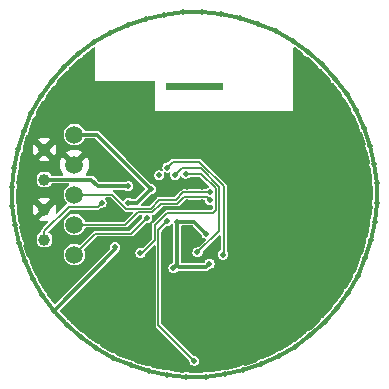
<source format=gbr>
%TF.GenerationSoftware,KiCad,Pcbnew,9.0.2*%
%TF.CreationDate,2025-07-09T19:39:00-04:00*%
%TF.ProjectId,WristWatch,57726973-7457-4617-9463-682e6b696361,rev?*%
%TF.SameCoordinates,Original*%
%TF.FileFunction,Copper,L2,Bot*%
%TF.FilePolarity,Positive*%
%FSLAX46Y46*%
G04 Gerber Fmt 4.6, Leading zero omitted, Abs format (unit mm)*
G04 Created by KiCad (PCBNEW 9.0.2) date 2025-07-09 19:39:00*
%MOMM*%
%LPD*%
G01*
G04 APERTURE LIST*
%TA.AperFunction,SMDPad,CuDef*%
%ADD10C,1.000000*%
%TD*%
%TA.AperFunction,SMDPad,CuDef*%
%ADD11C,1.500000*%
%TD*%
%TA.AperFunction,ComponentPad*%
%ADD12C,0.600000*%
%TD*%
%TA.AperFunction,ViaPad*%
%ADD13C,0.500000*%
%TD*%
%TA.AperFunction,Conductor*%
%ADD14C,0.150000*%
%TD*%
%TA.AperFunction,Conductor*%
%ADD15C,0.300000*%
%TD*%
%TA.AperFunction,Conductor*%
%ADD16C,0.200000*%
%TD*%
G04 APERTURE END LIST*
%TA.AperFunction,EtchedComponent*%
%TO.C,AE1*%
G36*
X2401000Y9443400D02*
G01*
X-2399000Y9443400D01*
X-2399000Y8843400D01*
X2401000Y8843400D01*
X2401000Y9443400D01*
G37*
%TD.AperFunction*%
%TD*%
D10*
%TO.P,J4,1,Pin_1*%
%TO.N,GND*%
X-12700000Y3810000D03*
%TD*%
%TO.P,J1,1,Pin_1*%
%TO.N,+BATT*%
X-12700000Y-3810000D03*
%TD*%
%TO.P,J3,1,Pin_1*%
%TO.N,VBUS*%
X-12700000Y1270000D03*
%TD*%
D11*
%TO.P,TP3,1,1*%
%TO.N,ESP_BOOT*%
X-10160000Y-5080000D03*
%TD*%
D12*
%TO.P,AE1,1,A*%
%TO.N,Net-(AE1-A)*%
X2101000Y9143400D03*
X-2099000Y9143400D03*
%TD*%
D11*
%TO.P,TP1,1,1*%
%TO.N,ESP_TX*%
X-10160000Y0D03*
%TD*%
%TO.P,TP2,1,1*%
%TO.N,ESP_RX*%
X-10160000Y-2540000D03*
%TD*%
%TO.P,TP6,1,1*%
%TO.N,GND*%
X-10160000Y2540000D03*
%TD*%
D10*
%TO.P,J2,1,Pin_1*%
%TO.N,GND*%
X-12700000Y-1270000D03*
%TD*%
D11*
%TO.P,TP5,1,1*%
%TO.N,+3V0*%
X-10160000Y5080000D03*
%TD*%
D13*
%TO.N,GND*%
X-762000Y6858000D03*
X-5969000Y-1651000D03*
X2667000Y5715000D03*
X5447587Y759600D03*
X990600Y2946400D03*
X9056576Y11037776D03*
X-6197600Y1651000D03*
X-660400Y-660400D03*
X-2512000Y-3909000D03*
X660400Y660400D03*
X-3683000Y-480000D03*
X-7871250Y-1648250D03*
X-8891785Y11177785D03*
X-431800Y-5511800D03*
X4301394Y-778606D03*
X660400Y-660400D03*
X13300618Y-5181600D03*
X-7883950Y1635550D03*
X2667000Y3937000D03*
X3048000Y-3302000D03*
X-660400Y660400D03*
X-9088782Y-11019182D03*
%TO.N,VLED*%
X12882306Y8522791D03*
X-14953613Y3870559D03*
X2546251Y-15235104D03*
X2286278Y15276279D03*
X-13702610Y-7129534D03*
X14885489Y4124804D03*
X-7129534Y13702610D03*
X-13822106Y6895009D03*
X-5658165Y14372785D03*
X-13025663Y8302041D03*
X-12882306Y-8522791D03*
X13822106Y-6895009D03*
X-11920862Y-9822670D03*
X15417800Y939800D03*
X-6731000Y-4445000D03*
X-676947Y-15431576D03*
X15235104Y2546251D03*
X-15235104Y-2546251D03*
X13702610Y7129534D03*
X-8522791Y12882306D03*
X5412434Y14467112D03*
X-5412434Y-14467112D03*
X9618114Y12086507D03*
X14372785Y5658165D03*
X-10828809Y-11014929D03*
X-8302041Y-13025663D03*
X13025663Y-8302041D03*
X-14885489Y-4124804D03*
X8522791Y-12882306D03*
X11920862Y9822670D03*
X6895009Y13822106D03*
X-15417800Y-939800D03*
X5658165Y-14372785D03*
X12086507Y-9618114D03*
X4124804Y-14885489D03*
X-2286278Y-15276279D03*
X-15431576Y676947D03*
X-15276279Y2286278D03*
X-939800Y15417800D03*
X14953613Y-3870559D03*
X9822670Y-11920862D03*
X-14467112Y5412434D03*
X-6895009Y-13822106D03*
X-2546251Y15235104D03*
X-3870559Y-14953613D03*
X15276279Y-2286278D03*
X11014929Y-10828809D03*
X14467112Y-5412434D03*
X-11014929Y10828809D03*
X10828809Y11014929D03*
X676947Y15431576D03*
X-9822670Y11920862D03*
X-14372785Y-5658165D03*
X939800Y-15417800D03*
X-12086507Y9618114D03*
X-9618114Y-12086507D03*
X8302041Y13025663D03*
X15431576Y-676947D03*
X3870559Y14953613D03*
X-4124804Y14885489D03*
X7129534Y-13702610D03*
%TO.N,LED_DATA*%
X-7415Y-14078176D03*
X-2286000Y-2260600D03*
%TO.N,IMU_SPAR_INT*%
X2413000Y-5080000D03*
X-2286000Y2286000D03*
%TO.N,IMU_MOVE_INT*%
X-1637236Y1649915D03*
X254000Y-4905002D03*
%TO.N,VBUS*%
X-5593500Y701000D03*
%TO.N,+BATT*%
X-7868500Y-685800D03*
%TO.N,+3V0*%
X-1778000Y-6223000D03*
X1270000Y-5842500D03*
X-5593500Y-701000D03*
X1016000Y-3302000D03*
X-3683000Y480000D03*
X-1498600Y-2286000D03*
%TO.N,unconnected-(U6-MTDI-Pad10)*%
X-2977476Y1619924D03*
%TO.N,ESP_TX*%
X1328400Y177800D03*
%TO.N,ESP_RX*%
X1324999Y-490552D03*
%TO.N,ESP_BOOT*%
X-4013200Y-1973600D03*
%TO.N,LED_PWR_EN*%
X-4572000Y-4955000D03*
X-750000Y1752600D03*
%TD*%
D14*
%TO.N,LED_PWR_EN*%
X-2286000Y-1524000D02*
X1562166Y-1524000D01*
X571044Y1752600D02*
X-750000Y1752600D01*
X-4572000Y-4955000D02*
X-4447000Y-4955000D01*
X-4447000Y-4955000D02*
X-3352800Y-3860800D01*
X-3352800Y-3860800D02*
X-3352800Y-2590800D01*
X1803400Y520244D02*
X571044Y1752600D01*
X-3352800Y-2590800D02*
X-2286000Y-1524000D01*
X1562166Y-1524000D02*
X1803400Y-1282766D01*
X1803400Y-1282766D02*
X1803400Y520244D01*
%TO.N,IMU_SPAR_INT*%
X-2286000Y2286000D02*
X-1810000Y2762000D01*
X-1810000Y2762000D02*
X413000Y2762000D01*
X413000Y2762000D02*
X2463800Y711200D01*
X2463800Y711200D02*
X2463800Y-5029200D01*
X2463800Y-5029200D02*
X2413000Y-5080000D01*
D15*
%TO.N,+3V0*%
X-1498600Y-2286000D02*
X0Y-2286000D01*
X0Y-2286000D02*
X1016000Y-3302000D01*
%TO.N,VLED*%
X-11920862Y-9822670D02*
X-12882307Y-8522791D01*
X5658166Y-14372785D02*
X4124804Y-14885489D01*
X15417800Y939800D02*
X15431575Y-676948D01*
X9822670Y-11920862D02*
X8522791Y-12882307D01*
X14372785Y5658166D02*
X14885489Y4124804D01*
X-14885489Y-4124804D02*
X-15235104Y-2546250D01*
X-676947Y-15431576D02*
X-2286278Y-15276280D01*
X2546251Y-15235104D02*
X939800Y-15417800D01*
X15276280Y-2286277D02*
X14953614Y-3870559D01*
X-4124804Y14885489D02*
X-2546250Y15235104D01*
X9618114Y12086508D02*
X10828809Y11014930D01*
X-5658166Y14372785D02*
X-4124804Y14885489D01*
X8522791Y-12882306D02*
X7129534Y-13702610D01*
X-5412434Y-14467113D02*
X-6895009Y-13822107D01*
X14885489Y4124804D02*
X15235104Y2546250D01*
X-12086508Y9618114D02*
X-11014930Y10828809D01*
X13702610Y7129535D02*
X14372785Y5658165D01*
X2286277Y15276280D02*
X3870559Y14953614D01*
X15431576Y-676947D02*
X15276280Y-2286278D01*
X-6731000Y-4445000D02*
X-6731000Y-4632808D01*
X-939800Y15417800D02*
X0Y15425807D01*
X-2546251Y15235104D02*
X-939800Y15417800D01*
X-2286277Y-15276280D02*
X-3870559Y-14953614D01*
X5412434Y14467113D02*
X6895009Y13822107D01*
X-13702610Y-7129535D02*
X-14372785Y-5658165D01*
X-15431576Y676947D02*
X-15276280Y2286278D01*
X-13822107Y6895009D02*
X-13025663Y8302041D01*
X-11014930Y10828809D02*
X-9822670Y11920861D01*
X14953614Y-3870559D02*
X14467113Y-5412434D01*
X-10828809Y-11014930D02*
X-11920861Y-9822670D01*
X8302041Y13025663D02*
X9618114Y12086507D01*
X12882306Y8522791D02*
X13702610Y7129534D01*
X-14953614Y3870559D02*
X-14467113Y5412434D01*
X11014930Y-10828809D02*
X9822670Y-11920861D01*
X-6731000Y-4632808D02*
X-11920862Y-9822670D01*
X14467113Y-5412434D02*
X13822107Y-6895009D01*
X-12882306Y-8522791D02*
X-13702610Y-7129534D01*
X0Y15425807D02*
X676948Y15431575D01*
X10828809Y11014930D02*
X11920861Y9822670D01*
X12086508Y-9618114D02*
X11014930Y-10828809D01*
X-14372785Y-5658166D02*
X-14885489Y-4124804D01*
X-9822670Y11920862D02*
X-8522791Y12882307D01*
X4124804Y-14885489D02*
X2546250Y-15235104D01*
X-3870559Y-14953614D02*
X-5412434Y-14467113D01*
X-8302041Y-13025663D02*
X-9618114Y-12086507D01*
X11920862Y9822670D02*
X12882307Y8522791D01*
X-15417800Y-939800D02*
X-15431575Y676948D01*
X939800Y-15417800D02*
X-676948Y-15431575D01*
X7129535Y-13702610D02*
X5658165Y-14372785D01*
X-7129535Y13702610D02*
X-5658165Y14372785D01*
X-9618114Y-12086508D02*
X-10828809Y-11014930D01*
X13822107Y-6895009D02*
X13025663Y-8302041D01*
X-15235104Y-2546251D02*
X-15417800Y-939800D01*
X-13025663Y8302041D02*
X-12086507Y9618114D01*
X13025663Y-8302041D02*
X12086507Y-9618114D01*
X-14467113Y5412434D02*
X-13822107Y6895009D01*
X15235104Y2546251D02*
X15417800Y939800D01*
X3870559Y14953614D02*
X5412434Y14467113D01*
X676947Y15431576D02*
X2286278Y15276280D01*
X-15276280Y2286277D02*
X-14953614Y3870559D01*
X6895009Y13822107D02*
X8302041Y13025663D01*
X-8522791Y12882306D02*
X-7129534Y13702610D01*
X-6895009Y-13822107D02*
X-8302041Y-13025663D01*
D14*
%TO.N,LED_DATA*%
X-2286000Y-2260600D02*
X-3048000Y-3022600D01*
X-3048000Y-11037591D02*
X-7415Y-14078176D01*
X-3048000Y-3022600D02*
X-3048000Y-11037591D01*
%TO.N,IMU_MOVE_INT*%
X2104400Y644922D02*
X2104400Y-3054602D01*
X-1058551Y2228600D02*
X520722Y2228600D01*
X520722Y2228600D02*
X2104400Y644922D01*
X-1637236Y1649915D02*
X-1058551Y2228600D01*
X2104400Y-3054602D02*
X254000Y-4905002D01*
D15*
%TO.N,VBUS*%
X-5593500Y701000D02*
X-8168600Y701000D01*
X-8737600Y1270000D02*
X-12700000Y1270000D01*
X-8168600Y701000D02*
X-8737600Y1270000D01*
D16*
%TO.N,+BATT*%
X-12700000Y-3073400D02*
X-12700000Y-3810000D01*
X-7868500Y-685800D02*
X-8198700Y-1016000D01*
X-10642600Y-1016000D02*
X-12700000Y-3073400D01*
X-8198700Y-1016000D02*
X-10642600Y-1016000D01*
D15*
%TO.N,+3V0*%
X-1498600Y-2286000D02*
X-1498600Y-5943600D01*
X-1303200Y-6139000D02*
X-1498600Y-5943600D01*
X-4864000Y-701000D02*
X-3683000Y480000D01*
X-5593500Y-701000D02*
X-4864000Y-701000D01*
X973500Y-6139000D02*
X-1303200Y-6139000D01*
X1270000Y-5842500D02*
X973500Y-6139000D01*
X-1498600Y-5943600D02*
X-1778000Y-6223000D01*
D14*
%TO.N,ESP_TX*%
X-5773866Y-1193800D02*
X-6967666Y0D01*
X-1578600Y-461000D02*
X-2990834Y-461000D01*
X1328400Y177800D02*
X-939800Y177800D01*
X-939800Y177800D02*
X-1578600Y-461000D01*
X-6967666Y0D02*
X-10160000Y0D01*
X-3723634Y-1193800D02*
X-5773866Y-1193800D01*
X-2990834Y-461000D02*
X-3723634Y-1193800D01*
%TO.N,ESP_RX*%
X-3556000Y-1498600D02*
X-4800600Y-1498600D01*
X1131234Y-298200D02*
X1017434Y-184400D01*
X1132647Y-298200D02*
X1131234Y-298200D01*
X-5842000Y-2540000D02*
X-10160000Y-2540000D01*
X-1447800Y-762000D02*
X-2819400Y-762000D01*
X-870200Y-184400D02*
X-1447800Y-762000D01*
X1017434Y-184400D02*
X-870200Y-184400D01*
X1324999Y-490552D02*
X1132647Y-298200D01*
X-4800600Y-1498600D02*
X-5842000Y-2540000D01*
X-2819400Y-762000D02*
X-3556000Y-1498600D01*
%TO.N,ESP_BOOT*%
X-4013200Y-1973600D02*
X-5341600Y-3302000D01*
X-8382000Y-3302000D02*
X-10160000Y-5080000D01*
X-5341600Y-3302000D02*
X-8382000Y-3302000D01*
D15*
%TO.N,+3V0*%
X-10160000Y5080000D02*
X-8283000Y5080000D01*
X-8283000Y5080000D02*
X-3683000Y480000D01*
%TD*%
%TA.AperFunction,Conductor*%
%TO.N,GND*%
G36*
X8498985Y12485242D02*
G01*
X9184320Y11996182D01*
X9212813Y11955101D01*
X9221610Y11922270D01*
X9221611Y11922268D01*
X9277629Y11825243D01*
X9356850Y11746022D01*
X9453872Y11690006D01*
X9453881Y11690002D01*
X9562093Y11661007D01*
X9562096Y11661007D01*
X9579693Y11661007D01*
X9628738Y11642420D01*
X10387360Y10970968D01*
X10409793Y10934708D01*
X10432304Y10850695D01*
X10432306Y10850690D01*
X10488324Y10753665D01*
X10567545Y10674444D01*
X10664567Y10618428D01*
X10664576Y10618424D01*
X10757714Y10593468D01*
X10793130Y10571972D01*
X11475931Y9826516D01*
X11495362Y9776534D01*
X11495362Y9766649D01*
X11524357Y9658437D01*
X11524361Y9658428D01*
X11580377Y9561406D01*
X11659598Y9482185D01*
X11756623Y9426167D01*
X11756625Y9426166D01*
X11797315Y9415263D01*
X11837654Y9387790D01*
X12442300Y8570307D01*
X12456806Y8526302D01*
X12456806Y8466770D01*
X12485801Y8358558D01*
X12485805Y8358549D01*
X12541821Y8261527D01*
X12621042Y8182306D01*
X12718077Y8126283D01*
X12721591Y8124827D01*
X12757029Y8094010D01*
X13266889Y7228033D01*
X13274613Y7190402D01*
X13277110Y7190402D01*
X13277110Y7073513D01*
X13306105Y6965301D01*
X13306109Y6965292D01*
X13362125Y6868270D01*
X13441351Y6789045D01*
X13500434Y6754933D01*
X13530776Y6721521D01*
X13951946Y5796841D01*
X13956082Y5747017D01*
X13947285Y5714183D01*
X13947285Y5602144D01*
X13976280Y5493932D01*
X13976284Y5493923D01*
X14032300Y5396901D01*
X14111522Y5317679D01*
X14126763Y5308880D01*
X14159940Y5268262D01*
X14481202Y4307454D01*
X14482499Y4264836D01*
X14459989Y4180822D01*
X14459989Y4180820D01*
X14459989Y4068783D01*
X14488984Y3960571D01*
X14488988Y3960562D01*
X14545004Y3863540D01*
X14613188Y3795356D01*
X14633111Y3759032D01*
X14851706Y2772049D01*
X14843543Y2719048D01*
X14839185Y2711500D01*
X14838601Y2710488D01*
X14838599Y2710483D01*
X14809604Y2602271D01*
X14809604Y2490230D01*
X14838599Y2382018D01*
X14838603Y2382009D01*
X14894619Y2284987D01*
X14924405Y2255201D01*
X14945604Y2211238D01*
X15060501Y1200952D01*
X15051061Y1155590D01*
X15021297Y1104038D01*
X15021295Y1104033D01*
X14992300Y995820D01*
X14992300Y883779D01*
X15021295Y775567D01*
X15021299Y775558D01*
X15077319Y678529D01*
X15079635Y675511D01*
X15094918Y631101D01*
X15103479Y-373785D01*
X15091438Y-410284D01*
X15093516Y-411484D01*
X15035075Y-512705D01*
X15035071Y-512714D01*
X15006076Y-620926D01*
X15006076Y-732967D01*
X15035071Y-841179D01*
X15035072Y-841180D01*
X15035073Y-841184D01*
X15051306Y-869300D01*
X15069185Y-900269D01*
X15078756Y-944376D01*
X14981161Y-1955761D01*
X14959830Y-2000978D01*
X14935794Y-2025014D01*
X14879778Y-2122036D01*
X14879774Y-2122045D01*
X14850779Y-2230257D01*
X14850779Y-2342298D01*
X14879774Y-2450510D01*
X14879779Y-2450521D01*
X14888575Y-2465757D01*
X14896999Y-2517523D01*
X14694818Y-3510232D01*
X14674633Y-3547789D01*
X14613129Y-3609293D01*
X14557112Y-3706317D01*
X14557108Y-3706326D01*
X14528113Y-3814538D01*
X14528113Y-3926576D01*
X14553070Y-4019721D01*
X14552161Y-4061140D01*
X14247980Y-5025186D01*
X14214415Y-5067002D01*
X14205851Y-5071947D01*
X14205849Y-5071948D01*
X14126627Y-5151170D01*
X14070611Y-5248192D01*
X14070607Y-5248201D01*
X14041612Y-5356413D01*
X14041612Y-5356416D01*
X14041612Y-5468452D01*
X14050605Y-5502015D01*
X14052515Y-5509142D01*
X14048892Y-5557816D01*
X13643253Y-6490193D01*
X13612399Y-6524756D01*
X13560846Y-6554521D01*
X13481621Y-6633745D01*
X13425605Y-6730767D01*
X13425601Y-6730776D01*
X13396606Y-6838988D01*
X13396606Y-6951028D01*
X13397102Y-6954797D01*
X13388134Y-7000907D01*
X12893106Y-7875446D01*
X12864388Y-7900969D01*
X12865626Y-7903113D01*
X12764399Y-7961556D01*
X12685178Y-8040777D01*
X12629162Y-8137799D01*
X12629158Y-8137808D01*
X12600163Y-8246020D01*
X12600163Y-8314246D01*
X12586399Y-8357230D01*
X11996184Y-9184319D01*
X11955102Y-9212813D01*
X11922272Y-9221610D01*
X11922268Y-9221611D01*
X11825243Y-9277629D01*
X11746022Y-9356850D01*
X11690006Y-9453872D01*
X11690002Y-9453881D01*
X11661007Y-9562093D01*
X11661007Y-9579693D01*
X11642420Y-9628738D01*
X10970968Y-10387360D01*
X10934708Y-10409793D01*
X10850695Y-10432304D01*
X10850690Y-10432306D01*
X10753665Y-10488324D01*
X10674444Y-10567545D01*
X10618428Y-10664567D01*
X10618424Y-10664576D01*
X10593468Y-10757714D01*
X10571972Y-10793130D01*
X9826517Y-11475931D01*
X9776535Y-11495362D01*
X9766650Y-11495362D01*
X9658437Y-11524357D01*
X9658428Y-11524361D01*
X9561406Y-11580377D01*
X9482185Y-11659598D01*
X9426167Y-11756623D01*
X9426166Y-11756625D01*
X9415263Y-11797315D01*
X9387790Y-11837654D01*
X8570308Y-12442300D01*
X8526303Y-12456806D01*
X8466771Y-12456806D01*
X8358558Y-12485801D01*
X8358549Y-12485805D01*
X8261527Y-12541821D01*
X8182306Y-12621042D01*
X8126283Y-12718077D01*
X8124827Y-12721591D01*
X8094010Y-12757029D01*
X7228033Y-13266889D01*
X7190402Y-13274613D01*
X7190402Y-13277110D01*
X7073514Y-13277110D01*
X6965301Y-13306105D01*
X6965292Y-13306109D01*
X6868270Y-13362125D01*
X6789045Y-13441351D01*
X6754933Y-13500434D01*
X6721521Y-13530776D01*
X5796841Y-13951946D01*
X5747017Y-13956082D01*
X5714183Y-13947285D01*
X5602147Y-13947285D01*
X5602145Y-13947285D01*
X5493932Y-13976280D01*
X5493923Y-13976284D01*
X5396901Y-14032300D01*
X5317679Y-14111522D01*
X5308880Y-14126763D01*
X5268262Y-14159940D01*
X4307454Y-14481202D01*
X4264836Y-14482500D01*
X4180822Y-14459989D01*
X4068786Y-14459989D01*
X4068784Y-14459989D01*
X3960571Y-14488984D01*
X3960562Y-14488988D01*
X3863540Y-14545004D01*
X3795356Y-14613188D01*
X3759032Y-14633111D01*
X2772049Y-14851706D01*
X2719048Y-14843543D01*
X2710488Y-14838601D01*
X2710483Y-14838599D01*
X2602271Y-14809604D01*
X2602269Y-14809604D01*
X2490233Y-14809604D01*
X2490231Y-14809604D01*
X2382018Y-14838599D01*
X2382009Y-14838603D01*
X2284987Y-14894619D01*
X2255201Y-14924405D01*
X2211238Y-14945604D01*
X1200952Y-15060501D01*
X1155590Y-15051061D01*
X1104038Y-15021297D01*
X1104033Y-15021295D01*
X995820Y-14992300D01*
X995818Y-14992300D01*
X883782Y-14992300D01*
X883780Y-14992300D01*
X775567Y-15021295D01*
X775558Y-15021299D01*
X678529Y-15077319D01*
X675511Y-15079635D01*
X631101Y-15094918D01*
X-373785Y-15103479D01*
X-410284Y-15091438D01*
X-411484Y-15093516D01*
X-512705Y-15035075D01*
X-512714Y-15035071D01*
X-620927Y-15006076D01*
X-620929Y-15006076D01*
X-732965Y-15006076D01*
X-732967Y-15006076D01*
X-841179Y-15035071D01*
X-841180Y-15035072D01*
X-841184Y-15035073D01*
X-868876Y-15051061D01*
X-900269Y-15069185D01*
X-944376Y-15078756D01*
X-1955761Y-14981161D01*
X-2000978Y-14959830D01*
X-2025014Y-14935794D01*
X-2122036Y-14879778D01*
X-2122045Y-14879774D01*
X-2230258Y-14850779D01*
X-2230260Y-14850779D01*
X-2342296Y-14850779D01*
X-2342298Y-14850779D01*
X-2450510Y-14879774D01*
X-2450513Y-14879775D01*
X-2450515Y-14879776D01*
X-2450517Y-14879777D01*
X-2450521Y-14879779D01*
X-2465757Y-14888575D01*
X-2517523Y-14896999D01*
X-3510232Y-14694818D01*
X-3547789Y-14674633D01*
X-3609293Y-14613129D01*
X-3706317Y-14557112D01*
X-3706326Y-14557108D01*
X-3814539Y-14528113D01*
X-3814541Y-14528113D01*
X-3926577Y-14528113D01*
X-4019721Y-14553070D01*
X-4061140Y-14552161D01*
X-5025186Y-14247980D01*
X-5067002Y-14214415D01*
X-5071947Y-14205851D01*
X-5071948Y-14205849D01*
X-5151170Y-14126627D01*
X-5248192Y-14070611D01*
X-5248201Y-14070607D01*
X-5356414Y-14041612D01*
X-5356416Y-14041612D01*
X-5468452Y-14041612D01*
X-5509142Y-14052514D01*
X-5557816Y-14048892D01*
X-6490193Y-13643253D01*
X-6524756Y-13612399D01*
X-6554521Y-13560846D01*
X-6633745Y-13481621D01*
X-6730767Y-13425605D01*
X-6730776Y-13425601D01*
X-6838989Y-13396606D01*
X-6838991Y-13396606D01*
X-6951027Y-13396606D01*
X-6951029Y-13396606D01*
X-6954797Y-13397102D01*
X-7000907Y-13388134D01*
X-7875446Y-12893106D01*
X-7900969Y-12864388D01*
X-7903113Y-12865626D01*
X-7961556Y-12764399D01*
X-8040777Y-12685178D01*
X-8137799Y-12629162D01*
X-8137808Y-12629158D01*
X-8246021Y-12600163D01*
X-8246023Y-12600163D01*
X-8314247Y-12600163D01*
X-8357230Y-12586399D01*
X-8880019Y-12213334D01*
X-9184320Y-11996184D01*
X-9212813Y-11955102D01*
X-9221610Y-11922272D01*
X-9221611Y-11922268D01*
X-9277629Y-11825243D01*
X-9356850Y-11746022D01*
X-9453872Y-11690006D01*
X-9453881Y-11690002D01*
X-9562094Y-11661007D01*
X-9562096Y-11661007D01*
X-9579693Y-11661007D01*
X-9628738Y-11642420D01*
X-10387360Y-10970968D01*
X-10409793Y-10934708D01*
X-10432304Y-10850695D01*
X-10432306Y-10850690D01*
X-10488324Y-10753665D01*
X-10567545Y-10674444D01*
X-10664567Y-10618428D01*
X-10664576Y-10618424D01*
X-10757714Y-10593468D01*
X-10793130Y-10571972D01*
X-11422571Y-9884771D01*
X-11441931Y-9831546D01*
X-11420328Y-9782463D01*
X-8969862Y-7331997D01*
X-6470535Y-4832670D01*
X-6470533Y-4832667D01*
X-6470532Y-4832666D01*
X-6427682Y-4758448D01*
X-6427678Y-4758438D01*
X-6427314Y-4757078D01*
X-6426610Y-4755859D01*
X-6425827Y-4753968D01*
X-6425577Y-4754071D01*
X-6408164Y-4723912D01*
X-6390515Y-4706263D01*
X-6334499Y-4609241D01*
X-6334495Y-4609232D01*
X-6305500Y-4501020D01*
X-6305500Y-4388979D01*
X-6334495Y-4280767D01*
X-6334499Y-4280758D01*
X-6390515Y-4183736D01*
X-6469736Y-4104515D01*
X-6566758Y-4048499D01*
X-6566767Y-4048495D01*
X-6674980Y-4019500D01*
X-6674982Y-4019500D01*
X-6787018Y-4019500D01*
X-6787020Y-4019500D01*
X-6895232Y-4048495D01*
X-6895241Y-4048499D01*
X-6930379Y-4068786D01*
X-6992263Y-4104515D01*
X-7071485Y-4183737D01*
X-7127503Y-4280763D01*
X-7149033Y-4361117D01*
X-7156499Y-4388979D01*
X-7156500Y-4388980D01*
X-7156500Y-4501018D01*
X-7147067Y-4536220D01*
X-7154458Y-4592372D01*
X-7166219Y-4607700D01*
X-11823111Y-9264592D01*
X-11875437Y-9286266D01*
X-11927763Y-9264592D01*
X-11934931Y-9256271D01*
X-12442300Y-8570305D01*
X-12456806Y-8526300D01*
X-12456806Y-8466770D01*
X-12485801Y-8358558D01*
X-12485805Y-8358549D01*
X-12541821Y-8261527D01*
X-12621042Y-8182306D01*
X-12718077Y-8126283D01*
X-12721591Y-8124827D01*
X-12757029Y-8094010D01*
X-13266889Y-7228033D01*
X-13274613Y-7190402D01*
X-13277110Y-7190402D01*
X-13277110Y-7073513D01*
X-13306105Y-6965301D01*
X-13306109Y-6965292D01*
X-13362125Y-6868270D01*
X-13441351Y-6789045D01*
X-13500434Y-6754933D01*
X-13530776Y-6721521D01*
X-13951946Y-5796841D01*
X-13956082Y-5747017D01*
X-13947285Y-5714183D01*
X-13947285Y-5602144D01*
X-13976280Y-5493932D01*
X-13976284Y-5493923D01*
X-14032300Y-5396901D01*
X-14111522Y-5317679D01*
X-14126763Y-5308880D01*
X-14159940Y-5268262D01*
X-14481202Y-4307454D01*
X-14482500Y-4264836D01*
X-14459989Y-4180822D01*
X-14459989Y-4068786D01*
X-14459989Y-4068783D01*
X-14488984Y-3960571D01*
X-14488988Y-3960562D01*
X-14545004Y-3863540D01*
X-14613188Y-3795356D01*
X-14633111Y-3759032D01*
X-14851706Y-2772049D01*
X-14843543Y-2719048D01*
X-14838601Y-2710488D01*
X-14838599Y-2710483D01*
X-14809604Y-2602271D01*
X-14809604Y-2490230D01*
X-14838599Y-2382018D01*
X-14838603Y-2382009D01*
X-14894619Y-2284987D01*
X-14924405Y-2255201D01*
X-14945604Y-2211238D01*
X-15060501Y-1200952D01*
X-15054374Y-1171509D01*
X-13700000Y-1171509D01*
X-13700000Y-1368490D01*
X-13661572Y-1561682D01*
X-13661569Y-1561693D01*
X-13586190Y-1743675D01*
X-13562572Y-1779019D01*
X-13053553Y-1270000D01*
X-13053553Y-1269999D01*
X-13562572Y-760979D01*
X-13562573Y-760979D01*
X-13586189Y-796323D01*
X-13661569Y-978306D01*
X-13661572Y-978317D01*
X-13700000Y-1171509D01*
X-15054374Y-1171509D01*
X-15051061Y-1155590D01*
X-15036791Y-1130874D01*
X-15021298Y-1104039D01*
X-15021295Y-1104033D01*
X-14992300Y-995820D01*
X-14992300Y-883779D01*
X-15021295Y-775567D01*
X-15021299Y-775558D01*
X-15077319Y-678529D01*
X-15079635Y-675511D01*
X-15094918Y-631101D01*
X-15096583Y-435634D01*
X-15096823Y-407425D01*
X-13209019Y-407425D01*
X-13209019Y-407426D01*
X-12699999Y-916446D01*
X-12190979Y-407426D01*
X-12190979Y-407425D01*
X-12226322Y-383810D01*
X-12408306Y-308430D01*
X-12408317Y-308427D01*
X-12601510Y-270000D01*
X-12798490Y-270000D01*
X-12991682Y-308427D01*
X-12991693Y-308430D01*
X-13173675Y-383809D01*
X-13209019Y-407425D01*
X-15096823Y-407425D01*
X-15103479Y373785D01*
X-15091438Y410284D01*
X-15093516Y411484D01*
X-15035075Y512705D01*
X-15035071Y512714D01*
X-15006076Y620926D01*
X-15006076Y732967D01*
X-15035071Y841179D01*
X-15035072Y841180D01*
X-15035073Y841184D01*
X-15069185Y900269D01*
X-15078756Y944376D01*
X-15040915Y1336530D01*
X-13375500Y1336530D01*
X-13375500Y1203469D01*
X-13349541Y1072968D01*
X-13349539Y1072961D01*
X-13298620Y950031D01*
X-13224695Y839394D01*
X-13130605Y745304D01*
X-13019968Y671379D01*
X-12897038Y620460D01*
X-12897031Y620458D01*
X-12788085Y598787D01*
X-12766531Y594500D01*
X-12766530Y594500D01*
X-12633470Y594500D01*
X-12633469Y594500D01*
X-12614970Y598179D01*
X-12502968Y620458D01*
X-12502961Y620460D01*
X-12380031Y671379D01*
X-12269394Y745304D01*
X-12269393Y745306D01*
X-12175306Y839393D01*
X-12175304Y839394D01*
X-12127051Y911612D01*
X-12079959Y943078D01*
X-12065522Y944500D01*
X-10656257Y944500D01*
X-10603931Y922826D01*
X-10582257Y870500D01*
X-10603931Y818174D01*
X-10615144Y808971D01*
X-10749972Y718883D01*
X-10878883Y589972D01*
X-10980167Y438389D01*
X-11049933Y269958D01*
X-11085500Y91154D01*
X-11085500Y-91154D01*
X-11049933Y-269958D01*
X-10980167Y-438389D01*
X-10878883Y-589972D01*
X-10878882Y-589973D01*
X-10794861Y-673994D01*
X-10773187Y-726320D01*
X-10794861Y-778646D01*
X-11605792Y-1589577D01*
X-11658118Y-1611251D01*
X-11710444Y-1589577D01*
X-11732118Y-1537251D01*
X-11730696Y-1522815D01*
X-11700000Y-1368490D01*
X-11700000Y-1171509D01*
X-11738427Y-978317D01*
X-11738430Y-978306D01*
X-11813810Y-796322D01*
X-11837425Y-760979D01*
X-11837426Y-760979D01*
X-12523223Y-1446777D01*
X-13209019Y-2132573D01*
X-13173675Y-2156190D01*
X-12991693Y-2231569D01*
X-12991682Y-2231572D01*
X-12798490Y-2270000D01*
X-12601511Y-2270000D01*
X-12447185Y-2239303D01*
X-12391636Y-2250352D01*
X-12360170Y-2297444D01*
X-12371219Y-2352993D01*
X-12380422Y-2364207D01*
X-12856058Y-2839843D01*
X-12933557Y-2917342D01*
X-12933557Y-2917343D01*
X-12975500Y-3018600D01*
X-12975500Y-3143514D01*
X-12997174Y-3195840D01*
X-13017043Y-3209119D01*
X-13016754Y-3209661D01*
X-13019963Y-3211376D01*
X-13130605Y-3285304D01*
X-13224695Y-3379394D01*
X-13298620Y-3490031D01*
X-13348019Y-3609293D01*
X-13349540Y-3612964D01*
X-13375500Y-3743469D01*
X-13375500Y-3876531D01*
X-13349540Y-4007036D01*
X-13298620Y-4129969D01*
X-13224695Y-4240606D01*
X-13130606Y-4334695D01*
X-13019969Y-4408620D01*
X-12897036Y-4459540D01*
X-12766531Y-4485500D01*
X-12766530Y-4485500D01*
X-12633470Y-4485500D01*
X-12633469Y-4485500D01*
X-12569093Y-4472694D01*
X-12502968Y-4459541D01*
X-12502961Y-4459539D01*
X-12380031Y-4408620D01*
X-12269394Y-4334695D01*
X-12175304Y-4240605D01*
X-12101379Y-4129968D01*
X-12050460Y-4007038D01*
X-12050458Y-4007031D01*
X-12024500Y-3876530D01*
X-12024500Y-3743469D01*
X-12050458Y-3612968D01*
X-12050460Y-3612961D01*
X-12101379Y-3490031D01*
X-12175304Y-3379394D01*
X-12175306Y-3379393D01*
X-12269393Y-3285306D01*
X-12269394Y-3285304D01*
X-12346021Y-3234105D01*
X-12377487Y-3187013D01*
X-12366438Y-3131464D01*
X-12357235Y-3120250D01*
X-10550159Y-1313174D01*
X-10497833Y-1291500D01*
X-8143901Y-1291500D01*
X-8143900Y-1291500D01*
X-8042642Y-1249557D01*
X-7965143Y-1172058D01*
X-7926059Y-1132974D01*
X-7873733Y-1111300D01*
X-7812480Y-1111300D01*
X-7812479Y-1111299D01*
X-7704263Y-1082303D01*
X-7607237Y-1026285D01*
X-7528015Y-947063D01*
X-7493369Y-887055D01*
X-7471999Y-850041D01*
X-7471995Y-850032D01*
X-7443000Y-741820D01*
X-7443000Y-629779D01*
X-7471995Y-521567D01*
X-7471999Y-521558D01*
X-7528015Y-424536D01*
X-7575726Y-376826D01*
X-7597400Y-324500D01*
X-7575726Y-272174D01*
X-7523400Y-250500D01*
X-7102079Y-250500D01*
X-7049753Y-272174D01*
X-5986230Y-1335697D01*
X-5915763Y-1406164D01*
X-5823694Y-1444300D01*
X-5279213Y-1444300D01*
X-5226887Y-1465974D01*
X-5205213Y-1518300D01*
X-5226887Y-1570626D01*
X-5924087Y-2267826D01*
X-5976413Y-2289500D01*
X-9212562Y-2289500D01*
X-9264888Y-2267826D01*
X-9280929Y-2243818D01*
X-9339832Y-2101611D01*
X-9441116Y-1950028D01*
X-9441118Y-1950027D01*
X-9570027Y-1821118D01*
X-9570028Y-1821116D01*
X-9721611Y-1719832D01*
X-9890037Y-1650068D01*
X-9890047Y-1650065D01*
X-10018156Y-1624582D01*
X-10068846Y-1614500D01*
X-10251154Y-1614500D01*
X-10310215Y-1626248D01*
X-10429952Y-1650065D01*
X-10429962Y-1650068D01*
X-10598388Y-1719832D01*
X-10749971Y-1821116D01*
X-10878883Y-1950028D01*
X-10980167Y-2101611D01*
X-11035361Y-2234863D01*
X-11049933Y-2270042D01*
X-11085500Y-2448846D01*
X-11085500Y-2631154D01*
X-11049933Y-2809958D01*
X-10980167Y-2978389D01*
X-10878883Y-3129972D01*
X-10749972Y-3258883D01*
X-10598389Y-3360167D01*
X-10429958Y-3429933D01*
X-10251154Y-3465500D01*
X-10251152Y-3465500D01*
X-10068848Y-3465500D01*
X-10068846Y-3465500D01*
X-9890042Y-3429933D01*
X-9721611Y-3360167D01*
X-9570028Y-3258883D01*
X-9441117Y-3129972D01*
X-9438703Y-3126360D01*
X-9339832Y-2978388D01*
X-9280929Y-2836182D01*
X-9240881Y-2796133D01*
X-9212562Y-2790500D01*
X-5792173Y-2790500D01*
X-5792172Y-2790500D01*
X-5700103Y-2752364D01*
X-4718513Y-1770774D01*
X-4666187Y-1749100D01*
X-4489994Y-1749100D01*
X-4437668Y-1770774D01*
X-4415994Y-1823100D01*
X-4418516Y-1842253D01*
X-4438699Y-1917579D01*
X-4438700Y-1917580D01*
X-4438700Y-2014187D01*
X-4460374Y-2066513D01*
X-5423687Y-3029826D01*
X-5476013Y-3051500D01*
X-8323552Y-3051500D01*
X-8323560Y-3051499D01*
X-8332172Y-3051499D01*
X-8431827Y-3051499D01*
X-8479963Y-3071438D01*
X-8523894Y-3089634D01*
X-8523898Y-3089637D01*
X-8604772Y-3170511D01*
X-8604772Y-3170512D01*
X-9667190Y-4232929D01*
X-9719516Y-4254603D01*
X-9747834Y-4248970D01*
X-9890037Y-4190068D01*
X-9890047Y-4190065D01*
X-10018156Y-4164582D01*
X-10068846Y-4154500D01*
X-10251154Y-4154500D01*
X-10310215Y-4166248D01*
X-10429952Y-4190065D01*
X-10429962Y-4190068D01*
X-10598388Y-4259832D01*
X-10710428Y-4334695D01*
X-10749972Y-4361117D01*
X-10878883Y-4490028D01*
X-10980167Y-4641611D01*
X-11049933Y-4810042D01*
X-11085500Y-4988846D01*
X-11085500Y-5171154D01*
X-11049933Y-5349958D01*
X-10980167Y-5518389D01*
X-10878883Y-5669972D01*
X-10749972Y-5798883D01*
X-10598389Y-5900167D01*
X-10429958Y-5969933D01*
X-10251154Y-6005500D01*
X-10251152Y-6005500D01*
X-10068848Y-6005500D01*
X-10068846Y-6005500D01*
X-9890042Y-5969933D01*
X-9870252Y-5961736D01*
X-9721611Y-5900167D01*
X-9570028Y-5798883D01*
X-9441116Y-5669971D01*
X-9339832Y-5518388D01*
X-9270068Y-5349962D01*
X-9270065Y-5349952D01*
X-9234500Y-5171152D01*
X-9234500Y-4988847D01*
X-9270065Y-4810047D01*
X-9270068Y-4810037D01*
X-9328970Y-4667834D01*
X-9328970Y-4611197D01*
X-9312929Y-4587190D01*
X-8299914Y-3574174D01*
X-8247588Y-3552500D01*
X-5291773Y-3552500D01*
X-5291772Y-3552500D01*
X-5199703Y-3514364D01*
X-4106113Y-2420774D01*
X-4053787Y-2399100D01*
X-3957180Y-2399100D01*
X-3957179Y-2399099D01*
X-3848963Y-2370103D01*
X-3751937Y-2314085D01*
X-3672715Y-2234863D01*
X-3616697Y-2137837D01*
X-3616696Y-2137835D01*
X-3616695Y-2137832D01*
X-3587700Y-2029620D01*
X-3587700Y-1917579D01*
X-3607884Y-1842253D01*
X-3600492Y-1786100D01*
X-3555559Y-1751622D01*
X-3536406Y-1749100D01*
X-3506173Y-1749100D01*
X-3506172Y-1749100D01*
X-3414103Y-1710964D01*
X-2737313Y-1034173D01*
X-2684988Y-1012500D01*
X-1397973Y-1012500D01*
X-1397972Y-1012500D01*
X-1305903Y-974364D01*
X-788113Y-456573D01*
X-735788Y-434900D01*
X825499Y-434900D01*
X877825Y-456574D01*
X899499Y-508900D01*
X899499Y-546572D01*
X928494Y-654784D01*
X928495Y-654787D01*
X928496Y-654789D01*
X984514Y-751815D01*
X1063736Y-831037D01*
X1160762Y-887055D01*
X1268978Y-916051D01*
X1268979Y-916052D01*
X1268981Y-916052D01*
X1381019Y-916052D01*
X1381019Y-916051D01*
X1459748Y-894956D01*
X1515899Y-902348D01*
X1550378Y-947281D01*
X1552900Y-966434D01*
X1552900Y-1148353D01*
X1531226Y-1200679D01*
X1480079Y-1251826D01*
X1427753Y-1273500D01*
X-2335828Y-1273500D01*
X-2427894Y-1311634D01*
X-2427896Y-1311635D01*
X-2427897Y-1311636D01*
X-3494697Y-2378436D01*
X-3565164Y-2448903D01*
X-3595651Y-2522507D01*
X-3603299Y-2540970D01*
X-3603300Y-2540972D01*
X-3603300Y-3726387D01*
X-3624974Y-3778713D01*
X-4375182Y-4528921D01*
X-4427508Y-4550595D01*
X-4446660Y-4548074D01*
X-4515982Y-4529500D01*
X-4628018Y-4529500D01*
X-4628020Y-4529500D01*
X-4736232Y-4558495D01*
X-4736241Y-4558499D01*
X-4738141Y-4559596D01*
X-4833263Y-4614515D01*
X-4912485Y-4693737D01*
X-4968503Y-4790763D01*
X-4988237Y-4864414D01*
X-4997499Y-4898979D01*
X-4997500Y-4898980D01*
X-4997500Y-5011020D01*
X-4986353Y-5052621D01*
X-4968503Y-5119237D01*
X-4912485Y-5216263D01*
X-4833263Y-5295485D01*
X-4736237Y-5351503D01*
X-4628020Y-5380499D01*
X-4628020Y-5380500D01*
X-4628018Y-5380500D01*
X-4515980Y-5380500D01*
X-4515979Y-5380499D01*
X-4407763Y-5351503D01*
X-4310737Y-5295485D01*
X-4231515Y-5216263D01*
X-4205470Y-5171152D01*
X-4175499Y-5119241D01*
X-4175495Y-5119232D01*
X-4150805Y-5027087D01*
X-4131653Y-4993914D01*
X-3424826Y-4287087D01*
X-3372500Y-4265413D01*
X-3320174Y-4287087D01*
X-3298500Y-4339413D01*
X-3298500Y-10987763D01*
X-3298500Y-11087419D01*
X-3260364Y-11179488D01*
X-1133745Y-13306105D01*
X-454589Y-13985261D01*
X-432915Y-14037587D01*
X-432915Y-14134196D01*
X-418266Y-14188866D01*
X-403918Y-14242413D01*
X-347900Y-14339439D01*
X-268678Y-14418661D01*
X-171652Y-14474679D01*
X-63435Y-14503675D01*
X-63435Y-14503676D01*
X-63433Y-14503676D01*
X48605Y-14503676D01*
X48605Y-14503675D01*
X156822Y-14474679D01*
X253848Y-14418661D01*
X333070Y-14339439D01*
X389088Y-14242413D01*
X418084Y-14134196D01*
X418085Y-14134196D01*
X418085Y-14022156D01*
X418084Y-14022155D01*
X408198Y-13985261D01*
X389088Y-13913939D01*
X333070Y-13816913D01*
X253848Y-13737691D01*
X156826Y-13681675D01*
X156817Y-13681671D01*
X48605Y-13652676D01*
X48603Y-13652676D01*
X-48002Y-13652676D01*
X-100328Y-13631002D01*
X-2775826Y-10955504D01*
X-2797500Y-10903178D01*
X-2797500Y-3157012D01*
X-2775826Y-3104686D01*
X-2378913Y-2707774D01*
X-2326587Y-2686100D01*
X-2229980Y-2686100D01*
X-2229979Y-2686099D01*
X-2121763Y-2657103D01*
X-2024737Y-2601085D01*
X-1955530Y-2531878D01*
X-1948385Y-2528918D01*
X-1944063Y-2522507D01*
X-1923015Y-2518410D01*
X-1903204Y-2510204D01*
X-1896059Y-2513163D01*
X-1888469Y-2511686D01*
X-1873347Y-2522570D01*
X-1850878Y-2531878D01*
X-1841507Y-2543345D01*
X-1840259Y-2545228D01*
X-1839085Y-2547263D01*
X-1838573Y-2547774D01*
X-1836403Y-2551052D01*
X-1834295Y-2561877D01*
X-1824100Y-2591911D01*
X-1824100Y-5738060D01*
X-1845774Y-5790386D01*
X-1878947Y-5809538D01*
X-1942232Y-5826495D01*
X-1942241Y-5826499D01*
X-2015778Y-5868956D01*
X-2039263Y-5882515D01*
X-2118485Y-5961737D01*
X-2174503Y-6058763D01*
X-2174504Y-6058767D01*
X-2203499Y-6166979D01*
X-2203500Y-6166980D01*
X-2203500Y-6279020D01*
X-2185754Y-6345246D01*
X-2174503Y-6387237D01*
X-2118485Y-6484263D01*
X-2039263Y-6563485D01*
X-1942237Y-6619503D01*
X-1834020Y-6648499D01*
X-1834020Y-6648500D01*
X-1834018Y-6648500D01*
X-1721980Y-6648500D01*
X-1721979Y-6648499D01*
X-1613763Y-6619503D01*
X-1516737Y-6563485D01*
X-1437515Y-6484263D01*
X-1434086Y-6480834D01*
X-1432283Y-6482636D01*
X-1390380Y-6458450D01*
X-1361579Y-6460339D01*
X-1346053Y-6464500D01*
X-1346052Y-6464500D01*
X1016351Y-6464500D01*
X1016353Y-6464500D01*
X1099139Y-6442318D01*
X1173362Y-6399465D01*
X1283852Y-6288974D01*
X1321625Y-6270347D01*
X1321333Y-6269256D01*
X1396110Y-6249218D01*
X1434237Y-6239003D01*
X1531263Y-6182985D01*
X1610485Y-6103763D01*
X1666503Y-6006737D01*
X1695499Y-5898520D01*
X1695500Y-5898520D01*
X1695500Y-5786480D01*
X1695499Y-5786479D01*
X1666504Y-5678267D01*
X1666503Y-5678263D01*
X1610485Y-5581237D01*
X1531263Y-5502015D01*
X1487070Y-5476500D01*
X1434241Y-5445999D01*
X1434232Y-5445995D01*
X1326020Y-5417000D01*
X1326018Y-5417000D01*
X1213982Y-5417000D01*
X1213980Y-5417000D01*
X1105767Y-5445995D01*
X1105758Y-5445999D01*
X1008736Y-5502015D01*
X929515Y-5581236D01*
X873499Y-5678258D01*
X873495Y-5678267D01*
X851956Y-5758653D01*
X817478Y-5803586D01*
X780478Y-5813500D01*
X-1099100Y-5813500D01*
X-1151426Y-5791826D01*
X-1173100Y-5739500D01*
X-1173100Y-2685500D01*
X-1151426Y-2633174D01*
X-1099100Y-2611500D01*
X-165479Y-2611500D01*
X-113153Y-2633174D01*
X569524Y-3315851D01*
X588155Y-3353624D01*
X589244Y-3353333D01*
X619495Y-3466232D01*
X619499Y-3466241D01*
X647283Y-3514364D01*
X675515Y-3563263D01*
X754737Y-3642485D01*
X851763Y-3698503D01*
X928657Y-3719106D01*
X973589Y-3753584D01*
X980982Y-3809736D01*
X961829Y-3842910D01*
X346912Y-4457828D01*
X294586Y-4479502D01*
X197980Y-4479502D01*
X89767Y-4508497D01*
X89758Y-4508501D01*
X3167Y-4558495D01*
X-7263Y-4564517D01*
X-86485Y-4643739D01*
X-142503Y-4740765D01*
X-167127Y-4832666D01*
X-171499Y-4848981D01*
X-171500Y-4848982D01*
X-171500Y-4961022D01*
X-154307Y-5025186D01*
X-142503Y-5069239D01*
X-86485Y-5166265D01*
X-7263Y-5245487D01*
X89763Y-5301505D01*
X197979Y-5330501D01*
X197980Y-5330502D01*
X197982Y-5330502D01*
X310020Y-5330502D01*
X310020Y-5330501D01*
X418237Y-5301505D01*
X515263Y-5245487D01*
X594485Y-5166265D01*
X650503Y-5069239D01*
X679499Y-4961022D01*
X679500Y-4961022D01*
X679500Y-4864414D01*
X701174Y-4812088D01*
X2086974Y-3426288D01*
X2139300Y-3404614D01*
X2191626Y-3426288D01*
X2213300Y-3478614D01*
X2213300Y-4661247D01*
X2191626Y-4713573D01*
X2176300Y-4725333D01*
X2151740Y-4739512D01*
X2072515Y-4818736D01*
X2016499Y-4915758D01*
X2016495Y-4915767D01*
X1987500Y-5023979D01*
X1987500Y-5136020D01*
X2016495Y-5244232D01*
X2016499Y-5244241D01*
X2046084Y-5295484D01*
X2072515Y-5341263D01*
X2151737Y-5420485D01*
X2248763Y-5476503D01*
X2356979Y-5505499D01*
X2356980Y-5505500D01*
X2356982Y-5505500D01*
X2469020Y-5505500D01*
X2469020Y-5505499D01*
X2577237Y-5476503D01*
X2674263Y-5420485D01*
X2753485Y-5341263D01*
X2809503Y-5244237D01*
X2838499Y-5136020D01*
X2838500Y-5136020D01*
X2838500Y-5023980D01*
X2838499Y-5023979D01*
X2834421Y-5008761D01*
X2809503Y-4915763D01*
X2753485Y-4818737D01*
X2735974Y-4801226D01*
X2714300Y-4748900D01*
X2714300Y761027D01*
X2714300Y761028D01*
X2676164Y853097D01*
X2605697Y923564D01*
X554897Y2974364D01*
X462828Y3012500D01*
X-1751552Y3012500D01*
X-1751560Y3012501D01*
X-1760172Y3012501D01*
X-1859827Y3012501D01*
X-1913760Y2990160D01*
X-1951897Y2974364D01*
X-2022364Y2903897D01*
X-2022364Y2903896D01*
X-2032769Y2893491D01*
X-2032770Y2893488D01*
X-2154211Y2772049D01*
X-2193086Y2733174D01*
X-2245412Y2711500D01*
X-2342020Y2711500D01*
X-2408246Y2693754D01*
X-2450237Y2682503D01*
X-2547263Y2626485D01*
X-2626485Y2547263D01*
X-2682503Y2450237D01*
X-2711425Y2342296D01*
X-2711499Y2342020D01*
X-2711500Y2342020D01*
X-2711500Y2229980D01*
X-2711499Y2229979D01*
X-2682503Y2121763D01*
X-2668257Y2097089D01*
X-2663997Y2089710D01*
X-2656604Y2033558D01*
X-2691083Y1988624D01*
X-2747235Y1981231D01*
X-2765083Y1988624D01*
X-2813234Y2016424D01*
X-2813239Y2016427D01*
X-2826026Y2019853D01*
X-2921456Y2045424D01*
X-2921458Y2045424D01*
X-3033494Y2045424D01*
X-3033496Y2045424D01*
X-3077779Y2033558D01*
X-3141713Y2016427D01*
X-3238739Y1960409D01*
X-3317961Y1881187D01*
X-3373979Y1784161D01*
X-3397445Y1696582D01*
X-3402975Y1675944D01*
X-3402976Y1675944D01*
X-3402976Y1563904D01*
X-3402975Y1563903D01*
X-3373979Y1455687D01*
X-3335276Y1388651D01*
X-3317960Y1358660D01*
X-3238739Y1279439D01*
X-3141717Y1223423D01*
X-3141714Y1223421D01*
X-3141713Y1223421D01*
X-3141711Y1223420D01*
X-3141708Y1223419D01*
X-3033496Y1194424D01*
X-3033494Y1194424D01*
X-2921455Y1194424D01*
X-2813243Y1223419D01*
X-2813234Y1223423D01*
X-2716212Y1279439D01*
X-2636991Y1358660D01*
X-2580975Y1455682D01*
X-2580971Y1455691D01*
X-2551976Y1563903D01*
X-2551976Y1675944D01*
X-2580971Y1784156D01*
X-2580975Y1784165D01*
X-2599478Y1816213D01*
X-2606870Y1872366D01*
X-2572392Y1917299D01*
X-2516239Y1924691D01*
X-2498392Y1917299D01*
X-2450241Y1889499D01*
X-2450238Y1889497D01*
X-2450237Y1889497D01*
X-2450235Y1889496D01*
X-2450232Y1889495D01*
X-2342020Y1860500D01*
X-2342018Y1860500D01*
X-2229982Y1860500D01*
X-2128983Y1887562D01*
X-2072831Y1880169D01*
X-2038352Y1835235D01*
X-2038352Y1796932D01*
X-2062735Y1705935D01*
X-2062736Y1705935D01*
X-2062736Y1593895D01*
X-2062735Y1593894D01*
X-2033739Y1485678D01*
X-2016424Y1455687D01*
X-1977720Y1388651D01*
X-1898499Y1309430D01*
X-1801477Y1253414D01*
X-1801474Y1253412D01*
X-1801473Y1253412D01*
X-1801471Y1253411D01*
X-1801468Y1253410D01*
X-1693256Y1224415D01*
X-1693254Y1224415D01*
X-1581215Y1224415D01*
X-1473003Y1253410D01*
X-1472994Y1253414D01*
X-1375972Y1309430D01*
X-1296751Y1388651D01*
X-1240735Y1485673D01*
X-1240731Y1485682D01*
X-1238307Y1494729D01*
X-1203825Y1539660D01*
X-1147672Y1547048D01*
X-1102744Y1512570D01*
X-1090485Y1491337D01*
X-1011263Y1412115D01*
X-914241Y1356099D01*
X-914238Y1356097D01*
X-914237Y1356097D01*
X-914235Y1356096D01*
X-914232Y1356095D01*
X-806020Y1327100D01*
X-806018Y1327100D01*
X-693979Y1327100D01*
X-585767Y1356095D01*
X-585758Y1356099D01*
X-488736Y1412115D01*
X-420426Y1480426D01*
X-368100Y1502100D01*
X436631Y1502100D01*
X488957Y1480426D01*
X1255651Y713732D01*
X1277325Y661406D01*
X1255651Y609080D01*
X1222480Y589929D01*
X1164163Y574303D01*
X1067137Y518285D01*
X1067136Y518284D01*
X998826Y449974D01*
X946500Y428300D01*
X-881352Y428300D01*
X-881360Y428301D01*
X-889972Y428301D01*
X-989627Y428301D01*
X-1037763Y408362D01*
X-1081697Y390164D01*
X-1152164Y319697D01*
X-1152164Y319696D01*
X-1162569Y309291D01*
X-1162570Y309288D01*
X-1624358Y-152497D01*
X-1660687Y-188826D01*
X-1713013Y-210500D01*
X-2932386Y-210500D01*
X-2932394Y-210499D01*
X-2941006Y-210499D01*
X-3040661Y-210499D01*
X-3086023Y-229289D01*
X-3132728Y-248634D01*
X-3132732Y-248637D01*
X-3213606Y-329511D01*
X-3213606Y-329512D01*
X-3805721Y-921626D01*
X-3858047Y-943300D01*
X-4467321Y-943300D01*
X-4519647Y-921626D01*
X-4541321Y-869300D01*
X-4519647Y-816974D01*
X-3669148Y33525D01*
X-3631374Y52151D01*
X-3631667Y53244D01*
X-3518767Y83495D01*
X-3518758Y83499D01*
X-3421736Y139515D01*
X-3342515Y218736D01*
X-3286499Y315758D01*
X-3286495Y315767D01*
X-3257500Y423979D01*
X-3257500Y536020D01*
X-3286495Y644232D01*
X-3286499Y644241D01*
X-3342515Y741263D01*
X-3421736Y820484D01*
X-3421737Y820485D01*
X-3518763Y876503D01*
X-3529746Y879445D01*
X-3631667Y906756D01*
X-3631374Y907848D01*
X-3669148Y926475D01*
X-5762516Y3019843D01*
X-8083138Y5340465D01*
X-8110761Y5356413D01*
X-8157356Y5383315D01*
X-8157358Y5383316D01*
X-8157361Y5383318D01*
X-8240147Y5405500D01*
X-8240149Y5405500D01*
X-9243628Y5405500D01*
X-9295954Y5427174D01*
X-9311995Y5451182D01*
X-9339832Y5518388D01*
X-9441116Y5669971D01*
X-9570028Y5798883D01*
X-9721611Y5900167D01*
X-9890037Y5969931D01*
X-9890042Y5969933D01*
X-10068846Y6005500D01*
X-10251154Y6005500D01*
X-10429958Y5969933D01*
X-10598389Y5900167D01*
X-10749972Y5798883D01*
X-10878883Y5669972D01*
X-10980167Y5518389D01*
X-11049933Y5349958D01*
X-11066183Y5268262D01*
X-11085500Y5171152D01*
X-11085500Y4988847D01*
X-11049934Y4810047D01*
X-11049931Y4810037D01*
X-10980167Y4641611D01*
X-10878883Y4490028D01*
X-10749971Y4361116D01*
X-10598388Y4259832D01*
X-10429962Y4190068D01*
X-10429952Y4190065D01*
X-10310215Y4166248D01*
X-10251154Y4154500D01*
X-10251152Y4154500D01*
X-10068848Y4154500D01*
X-10068846Y4154500D01*
X-10018156Y4164582D01*
X-9890047Y4190065D01*
X-9890037Y4190068D01*
X-9721611Y4259832D01*
X-9570028Y4361116D01*
X-9570027Y4361118D01*
X-9441118Y4490027D01*
X-9441116Y4490028D01*
X-9339832Y4641611D01*
X-9311995Y4708818D01*
X-9271947Y4748867D01*
X-9243628Y4754500D01*
X-8448479Y4754500D01*
X-8396153Y4732826D01*
X-4195653Y532326D01*
X-4173979Y480000D01*
X-4195653Y427674D01*
X-4977153Y-353826D01*
X-5029479Y-375500D01*
X-5287588Y-375500D01*
X-5327472Y-361962D01*
X-5328037Y-362940D01*
X-5429258Y-304499D01*
X-5429267Y-304495D01*
X-5537480Y-275500D01*
X-5537482Y-275500D01*
X-5649518Y-275500D01*
X-5649520Y-275500D01*
X-5757732Y-304495D01*
X-5757741Y-304499D01*
X-5828436Y-345315D01*
X-5854763Y-360515D01*
X-5933985Y-439737D01*
X-5973495Y-508171D01*
X-6018428Y-542649D01*
X-6074581Y-535257D01*
X-6089907Y-523497D01*
X-6825767Y212362D01*
X-6825769Y212364D01*
X-6875910Y233133D01*
X-6915959Y273181D01*
X-6915959Y329818D01*
X-6875911Y369867D01*
X-6847592Y375500D01*
X-5899412Y375500D01*
X-5859527Y361962D01*
X-5858963Y362940D01*
X-5757741Y304499D01*
X-5757738Y304497D01*
X-5757737Y304497D01*
X-5757735Y304496D01*
X-5757732Y304495D01*
X-5649520Y275500D01*
X-5649518Y275500D01*
X-5537479Y275500D01*
X-5429267Y304495D01*
X-5429258Y304499D01*
X-5332236Y360515D01*
X-5253015Y439736D01*
X-5196999Y536758D01*
X-5196995Y536767D01*
X-5168000Y644979D01*
X-5168000Y757020D01*
X-5196995Y865232D01*
X-5196999Y865241D01*
X-5253015Y962263D01*
X-5332236Y1041484D01*
X-5332237Y1041485D01*
X-5429263Y1097503D01*
X-5453652Y1104038D01*
X-5537480Y1126500D01*
X-5537482Y1126500D01*
X-5649518Y1126500D01*
X-5649520Y1126500D01*
X-5715746Y1108754D01*
X-5757737Y1097503D01*
X-5843177Y1048174D01*
X-5858963Y1039060D01*
X-5859527Y1040037D01*
X-5899412Y1026500D01*
X-8003122Y1026500D01*
X-8055448Y1048174D01*
X-8260688Y1253414D01*
X-8537738Y1530465D01*
X-8611961Y1573318D01*
X-8694747Y1595500D01*
X-8694749Y1595500D01*
X-9158082Y1595500D01*
X-9210408Y1617174D01*
X-9232082Y1669500D01*
X-9210408Y1721826D01*
X-9206551Y1725682D01*
X-9090903Y1884857D01*
X-9001579Y2060166D01*
X-9001577Y2060171D01*
X-8940781Y2247280D01*
X-8940778Y2247293D01*
X-8910000Y2441622D01*
X-8910000Y2638377D01*
X-8940778Y2832706D01*
X-8940781Y2832719D01*
X-9001577Y3019828D01*
X-9001579Y3019833D01*
X-9090903Y3195142D01*
X-9116319Y3230124D01*
X-9930896Y2415548D01*
X-9983222Y2393874D01*
X-10035548Y2415548D01*
X-10160000Y2540000D01*
X-10284451Y2415549D01*
X-10336777Y2393875D01*
X-10389103Y2415549D01*
X-11203679Y3230125D01*
X-11203679Y3230124D01*
X-11229095Y3195144D01*
X-11229096Y3195143D01*
X-11318415Y3019843D01*
X-11318422Y3019828D01*
X-11379218Y2832719D01*
X-11379221Y2832706D01*
X-11410000Y2638377D01*
X-11410000Y2441622D01*
X-11379221Y2247293D01*
X-11379218Y2247280D01*
X-11318422Y2060171D01*
X-11318420Y2060166D01*
X-11229096Y1884857D01*
X-11113448Y1725682D01*
X-11109592Y1721826D01*
X-11087918Y1669500D01*
X-11109592Y1617174D01*
X-11161918Y1595500D01*
X-12065522Y1595500D01*
X-12117848Y1617174D01*
X-12127051Y1628388D01*
X-12175304Y1700605D01*
X-12269394Y1794695D01*
X-12380031Y1868620D01*
X-12502961Y1919539D01*
X-12502962Y1919539D01*
X-12502964Y1919540D01*
X-12502965Y1919540D01*
X-12502968Y1919541D01*
X-12569093Y1932694D01*
X-12633469Y1945500D01*
X-12766531Y1945500D01*
X-12897036Y1919540D01*
X-13019969Y1868620D01*
X-13130606Y1794695D01*
X-13224695Y1700606D01*
X-13298620Y1589969D01*
X-13349540Y1467036D01*
X-13371607Y1356099D01*
X-13375500Y1336530D01*
X-15040915Y1336530D01*
X-15039878Y1347275D01*
X-14981161Y1955761D01*
X-14959830Y2000978D01*
X-14935794Y2025014D01*
X-14879778Y2122036D01*
X-14879774Y2122045D01*
X-14850779Y2230257D01*
X-14850779Y2342298D01*
X-14879774Y2450510D01*
X-14879779Y2450521D01*
X-14888575Y2465757D01*
X-14896999Y2517523D01*
X-14809442Y2947426D01*
X-13209019Y2947426D01*
X-13209019Y2947425D01*
X-13173675Y2923809D01*
X-12991693Y2848430D01*
X-12991682Y2848427D01*
X-12798490Y2810000D01*
X-12601510Y2810000D01*
X-12408317Y2848427D01*
X-12408306Y2848430D01*
X-12226322Y2923810D01*
X-12190979Y2947425D01*
X-12190979Y2947426D01*
X-12700000Y3456446D01*
X-13209019Y2947426D01*
X-14809442Y2947426D01*
X-14800818Y2989772D01*
X-14694818Y3510232D01*
X-14674633Y3547789D01*
X-14613129Y3609293D01*
X-14557112Y3706317D01*
X-14557108Y3706326D01*
X-14528113Y3814538D01*
X-14528113Y3904196D01*
X-14528113Y3908490D01*
X-13700000Y3908490D01*
X-13700000Y3711509D01*
X-13661572Y3518317D01*
X-13661569Y3518306D01*
X-13586189Y3336323D01*
X-13562572Y3300979D01*
X-13053553Y3809999D01*
X-13053553Y3810000D01*
X-12346446Y3810000D01*
X-12346446Y3809999D01*
X-11837426Y3300979D01*
X-11837425Y3300979D01*
X-11813810Y3336322D01*
X-11738430Y3518306D01*
X-11738427Y3518317D01*
X-11728165Y3569911D01*
X-11725426Y3583679D01*
X-10850125Y3583679D01*
X-10160000Y2893554D01*
X-9469874Y3583679D01*
X-9504860Y3609097D01*
X-9680166Y3698420D01*
X-9680171Y3698422D01*
X-9867280Y3759218D01*
X-9867293Y3759221D01*
X-10061622Y3790000D01*
X-10258378Y3790000D01*
X-10452706Y3759221D01*
X-10452719Y3759218D01*
X-10639828Y3698422D01*
X-10639843Y3698415D01*
X-10815143Y3609096D01*
X-10815144Y3609095D01*
X-10850124Y3583679D01*
X-10850125Y3583679D01*
X-11725426Y3583679D01*
X-11700000Y3711509D01*
X-11700000Y3908490D01*
X-11738427Y4101682D01*
X-11738430Y4101693D01*
X-11813809Y4283675D01*
X-11837426Y4319019D01*
X-12346446Y3810000D01*
X-13053553Y3810000D01*
X-13562573Y4319020D01*
X-13586190Y4283675D01*
X-13661569Y4101693D01*
X-13661572Y4101682D01*
X-13700000Y3908490D01*
X-14528113Y3908490D01*
X-14528113Y3926577D01*
X-14553528Y4021429D01*
X-14553911Y4023194D01*
X-14552867Y4028955D01*
X-14552161Y4061140D01*
X-14360914Y4667262D01*
X-14359238Y4672573D01*
X-13209020Y4672573D01*
X-12700000Y4163553D01*
X-12190979Y4672572D01*
X-12190979Y4672573D01*
X-12226323Y4696189D01*
X-12408306Y4771569D01*
X-12408317Y4771572D01*
X-12601510Y4810000D01*
X-12798490Y4810000D01*
X-12991682Y4771572D01*
X-12991693Y4771569D01*
X-13173675Y4696190D01*
X-13209020Y4672573D01*
X-14359238Y4672573D01*
X-14247980Y5025186D01*
X-14214415Y5067002D01*
X-14205851Y5071947D01*
X-14205849Y5071948D01*
X-14126627Y5151170D01*
X-14070611Y5248192D01*
X-14070607Y5248201D01*
X-14041612Y5356413D01*
X-14041612Y5468450D01*
X-14041612Y5468452D01*
X-14052514Y5509142D01*
X-14048892Y5557816D01*
X-13643253Y6490193D01*
X-13612399Y6524756D01*
X-13560846Y6554521D01*
X-13481621Y6633745D01*
X-13425605Y6730767D01*
X-13425601Y6730776D01*
X-13396606Y6838988D01*
X-13396606Y6951028D01*
X-13397102Y6954797D01*
X-13388134Y7000907D01*
X-12893106Y7875446D01*
X-12864388Y7900969D01*
X-12865626Y7903113D01*
X-12764399Y7961556D01*
X-12685178Y8040777D01*
X-12629162Y8137799D01*
X-12629158Y8137808D01*
X-12600163Y8246020D01*
X-12600163Y8314246D01*
X-12586399Y8357231D01*
X-11996182Y9184320D01*
X-11955101Y9212813D01*
X-11922270Y9221610D01*
X-11922268Y9221611D01*
X-11825243Y9277629D01*
X-11746022Y9356850D01*
X-11690006Y9453872D01*
X-11690002Y9453881D01*
X-11661007Y9562093D01*
X-11661007Y9579693D01*
X-11642420Y9628738D01*
X-10970968Y10387360D01*
X-10934708Y10409793D01*
X-10850695Y10432304D01*
X-10850690Y10432306D01*
X-10753665Y10488324D01*
X-10674444Y10567545D01*
X-10618428Y10664567D01*
X-10618424Y10664576D01*
X-10593468Y10757713D01*
X-10571972Y10793129D01*
X-9826517Y11475931D01*
X-9776535Y11495362D01*
X-9766649Y11495362D01*
X-9658437Y11524357D01*
X-9658428Y11524361D01*
X-9561406Y11580377D01*
X-9482185Y11659598D01*
X-9426167Y11756623D01*
X-9426166Y11756625D01*
X-9415263Y11797315D01*
X-9387790Y11837654D01*
X-8570308Y12442300D01*
X-8527123Y12456801D01*
X-8526672Y12456806D01*
X-8466773Y12456806D01*
X-8464189Y12457498D01*
X-8456820Y12457580D01*
X-8434342Y12448559D01*
X-8410944Y12442287D01*
X-8408602Y12438231D01*
X-8404257Y12436487D01*
X-8394740Y12414212D01*
X-8382632Y12393234D01*
X-8382062Y12384539D01*
X-8382005Y12384405D01*
X-8382046Y12384300D01*
X-8382000Y12383585D01*
X-8382000Y9652000D01*
X-3452200Y9652000D01*
X-3399874Y9630326D01*
X-3378200Y9578000D01*
X-3378200Y7112000D01*
X8382000Y7112000D01*
X8382000Y12425006D01*
X8403674Y12477332D01*
X8456000Y12499006D01*
X8498985Y12485242D01*
G37*
%TD.AperFunction*%
%TD*%
M02*

</source>
